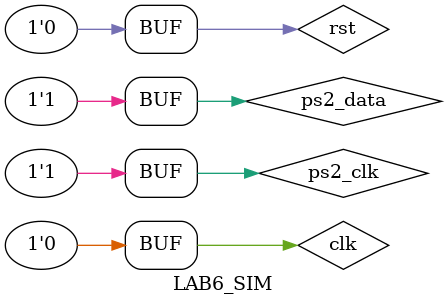
<source format=v>
`timescale 1ns / 1ps


module LAB6_SIM();
  reg clk, rst, ps2_clk, ps2_data;
  wire [7:0] SSEG_CA,SSEG_AN;
  parameter PERIOD = 5,      //Ê±ÖÓÖÜÆÚ³¤¶È
             CYCLE = 150;  
  LAB6_TOP test(clk,rst,ps2_clk, ps2_data,SSEG_CA,SSEG_AN);
               
  initial begin
        clk = 0;
        repeat (500 * CYCLE)
            #(PERIOD/5) clk = ~clk;
        
  end
  initial begin
    rst=1; #(1) rst=0;
  end
  
  initial begin
        ps2_clk = 1;
        #(PERIOD*2)
        repeat (22)
            #(PERIOD) ps2_clk = ~ps2_clk;
        #(PERIOD*2)
        repeat (22)
            #(PERIOD) ps2_clk = ~ps2_clk;
        #(PERIOD*2)
        repeat (22)
            #(PERIOD) ps2_clk = ~ps2_clk;
        #(PERIOD*2)
        repeat (22)
            #(PERIOD) ps2_clk = ~ps2_clk;
        #(PERIOD*2)
        repeat (22)
            #(PERIOD) ps2_clk = ~ps2_clk;
        #(PERIOD*2)
        repeat (22)
            #(PERIOD) ps2_clk = ~ps2_clk;
        #(PERIOD*2)
        repeat (22)
            #(PERIOD) ps2_clk = ~ps2_clk;
        #(PERIOD*2)
        repeat (22)
            #(PERIOD) ps2_clk = ~ps2_clk;
        #(PERIOD*2)
        repeat (22)
            #(PERIOD) ps2_clk = ~ps2_clk;
        #(PERIOD*2)
        repeat (22)
            #(PERIOD) ps2_clk = ~ps2_clk;
        #(PERIOD*2)
        repeat (22)
            #(PERIOD) ps2_clk = ~ps2_clk;
        #(PERIOD*2)
        repeat (22)
            #(PERIOD) ps2_clk = ~ps2_clk;
        #(PERIOD*2)
        repeat (22)
            #(PERIOD) ps2_clk = ~ps2_clk;
        #(PERIOD*2)
        repeat (22)
            #(PERIOD) ps2_clk = ~ps2_clk;
        #(PERIOD*2)
        repeat (22)
            #(PERIOD) ps2_clk = ~ps2_clk;
        #(PERIOD*2)
        repeat (22)
            #(PERIOD) ps2_clk = ~ps2_clk;
        #(PERIOD*2)
        repeat (22)
            #(PERIOD) ps2_clk = ~ps2_clk;
        #(PERIOD*2)
        repeat (22)
            #(PERIOD) ps2_clk = ~ps2_clk;
        #(PERIOD*2)
        repeat (22)
            #(PERIOD) ps2_clk = ~ps2_clk;
        #(PERIOD*2)
        repeat (22)
            #(PERIOD) ps2_clk = ~ps2_clk;
        #(PERIOD*2)
        repeat (22)
            #(PERIOD) ps2_clk = ~ps2_clk;
        #(PERIOD*2)
        repeat (22)
            #(PERIOD) ps2_clk = ~ps2_clk;
        #(PERIOD*2)
        repeat (22)
            #(PERIOD) ps2_clk = ~ps2_clk;
        #(PERIOD*2)
        repeat (22)
            #(PERIOD) ps2_clk = ~ps2_clk;
  end

  initial begin //µÚÒ»Î»2
          ps2_data=0;
    #(10) ps2_data=0;  //ÆðÊ¼Î»
    #(10) ps2_data=0;  //Êý¾Ý¿ªÊ¼
    #(10) ps2_data=1;
    #(10) ps2_data=1;
    #(10) ps2_data=1;
    #(10) ps2_data=1;
    #(10) ps2_data=0;
    #(10) ps2_data=0;
    #(10) ps2_data=0;  //8Î»Êý¾Ý£¬1E¶ÔÓ¦¼üÅÌ2
    #(10) ps2_data=0; //Ð£ÑéÎ» 
    #(10) ps2_data=1; //ÖÕÖ¹Î»
    
    #(20) ps2_data=0;  //ÆðÊ¼Î»
    #(10) ps2_data=0;  //Êý¾Ý¿ªÊ¼
    #(10) ps2_data=0;
    #(10) ps2_data=0;
    #(10) ps2_data=0;
    #(10) ps2_data=1;
    #(10) ps2_data=1;
    #(10) ps2_data=1;
    #(10) ps2_data=1;  //8Î»Êý¾Ý£¬F0
    #(10) ps2_data=0; //Ð£ÑéÎ» 
    #(10) ps2_data=1; //ÖÕÖ¹Î»
    
    #(20) ps2_data=0;  //ÆðÊ¼Î»
    #(10) ps2_data=0;  //Êý¾Ý¿ªÊ¼
    #(10) ps2_data=1;
    #(10) ps2_data=1;
    #(10) ps2_data=1;
    #(10) ps2_data=1;
    #(10) ps2_data=0;
    #(10) ps2_data=0;
    #(10) ps2_data=0;  //8Î»Êý¾Ý£¬1E¶ÔÓ¦¼üÅÌ2
    #(10) ps2_data=0; //Ð£ÑéÎ» 
    #(10) ps2_data=1; //ÖÕÖ¹Î»
        //µÚ¶þÎ»0£¬¼üÅÌÂë45
    #(20) ps2_data=0;  //ÆðÊ¼Î»
    #(10) ps2_data=1;  //Êý¾Ý¿ªÊ¼
    #(10) ps2_data=0;
    #(10) ps2_data=1;
    #(10) ps2_data=0;
    #(10) ps2_data=0;
    #(10) ps2_data=0;
    #(10) ps2_data=1;
    #(10) ps2_data=0;  //8Î»Êý¾Ý£¬45¶ÔÓ¦¼üÅÌ0
    #(10) ps2_data=0; //Ð£ÑéÎ» 
    #(10) ps2_data=1; //ÖÕÖ¹Î»
    
    #(20) ps2_data=0;  //ÆðÊ¼Î»
    #(10) ps2_data=0;  //Êý¾Ý¿ªÊ¼
    #(10) ps2_data=0;
    #(10) ps2_data=0;
    #(10) ps2_data=0;
    #(10) ps2_data=1;
    #(10) ps2_data=1;
    #(10) ps2_data=1;
    #(10) ps2_data=1;  //8Î»Êý¾Ý£¬F0
    #(10) ps2_data=0; //Ð£ÑéÎ» 
    #(10) ps2_data=1; //ÖÕÖ¹Î»
    
    #(20) ps2_data=0;  //ÆðÊ¼Î»
    #(10) ps2_data=1;  //Êý¾Ý¿ªÊ¼
    #(10) ps2_data=0;
    #(10) ps2_data=1;
    #(10) ps2_data=0;
    #(10) ps2_data=0;
    #(10) ps2_data=0;
    #(10) ps2_data=1;
    #(10) ps2_data=0;  //8Î»Êý¾Ý£¬45¶ÔÓ¦¼üÅÌ0
    #(10) ps2_data=0; //Ð£ÑéÎ» 
    #(10) ps2_data=1; //ÖÕÖ¹Î»
      //µÚÈýÎ»0£¬Í¬ÉÏ
    #(20) ps2_data=0;  //ÆðÊ¼Î»
    #(10) ps2_data=1;  //Êý¾Ý¿ªÊ¼
    #(10) ps2_data=0;
    #(10) ps2_data=1;
    #(10) ps2_data=0;
    #(10) ps2_data=0;
    #(10) ps2_data=0;
    #(10) ps2_data=1;
    #(10) ps2_data=0;  //8Î»Êý¾Ý£¬45¶ÔÓ¦¼üÅÌ0
    #(10) ps2_data=0; //Ð£ÑéÎ» 
    #(10) ps2_data=1; //ÖÕÖ¹Î»
    
    #(20) ps2_data=0;  //ÆðÊ¼Î»
    #(10) ps2_data=0;  //Êý¾Ý¿ªÊ¼
    #(10) ps2_data=0;
    #(10) ps2_data=0;
    #(10) ps2_data=0;
    #(10) ps2_data=1;
    #(10) ps2_data=1;
    #(10) ps2_data=1;
    #(10) ps2_data=1;  //8Î»Êý¾Ý£¬F0
    #(10) ps2_data=0; //Ð£ÑéÎ» 
    #(10) ps2_data=1; //ÖÕÖ¹Î»
    
    #(20) ps2_data=0;  //ÆðÊ¼Î»
    #(10) ps2_data=1;  //Êý¾Ý¿ªÊ¼
    #(10) ps2_data=0;
    #(10) ps2_data=1;
    #(10) ps2_data=0;
    #(10) ps2_data=0;
    #(10) ps2_data=0;
    #(10) ps2_data=1;
    #(10) ps2_data=0;  //8Î»Êý¾Ý£¬45¶ÔÓ¦¼üÅÌ0
    #(10) ps2_data=0; //Ð£ÑéÎ» 
    #(10) ps2_data=1; //ÖÕÖ¹Î»
      //µÚËÄÎ»8£¬¼üÅÌÂë3E
    #(20) ps2_data=0;  //ÆðÊ¼Î»
    #(10) ps2_data=0;  //Êý¾Ý¿ªÊ¼
    #(10) ps2_data=1;
    #(10) ps2_data=1;
    #(10) ps2_data=1;
    #(10) ps2_data=1;
    #(10) ps2_data=1;
    #(10) ps2_data=0;
    #(10) ps2_data=0;  //8Î»Êý¾Ý£¬3E¶ÔÓ¦¼üÅÌ8
    #(10) ps2_data=0; //Ð£ÑéÎ» 
    #(10) ps2_data=1; //ÖÕÖ¹Î»
    
    #(20) ps2_data=0;  //ÆðÊ¼Î»
    #(10) ps2_data=0;  //Êý¾Ý¿ªÊ¼
    #(10) ps2_data=0;
    #(10) ps2_data=0;
    #(10) ps2_data=0;
    #(10) ps2_data=1;
    #(10) ps2_data=1;
    #(10) ps2_data=1;
    #(10) ps2_data=1;  //8Î»Êý¾Ý£¬F0
    #(10) ps2_data=0; //Ð£ÑéÎ» 
    #(10) ps2_data=1; //ÖÕÖ¹Î»
    
    #(20) ps2_data=0;  //ÆðÊ¼Î»
    #(10) ps2_data=0;  //Êý¾Ý¿ªÊ¼
    #(10) ps2_data=1;
    #(10) ps2_data=1;
    #(10) ps2_data=1;
    #(10) ps2_data=1;
    #(10) ps2_data=1;
    #(10) ps2_data=0;
    #(10) ps2_data=0;  //8Î»Êý¾Ý£¬3E¶ÔÓ¦¼üÅÌ8
    #(10) ps2_data=0; //Ð£ÑéÎ» 
    #(10) ps2_data=1; //ÖÕÖ¹Î»
     //Á¬ÐøÈý¸ö0
    #(20) ps2_data=0;  //ÆðÊ¼Î»
    #(10) ps2_data=1;  //Êý¾Ý¿ªÊ¼
    #(10) ps2_data=0;
    #(10) ps2_data=1;
    #(10) ps2_data=0;
    #(10) ps2_data=0;
    #(10) ps2_data=0;
    #(10) ps2_data=1;
    #(10) ps2_data=0;  //8Î»Êý¾Ý£¬45¶ÔÓ¦¼üÅÌ0
    #(10) ps2_data=0; //Ð£ÑéÎ» 
    #(10) ps2_data=1; //ÖÕÖ¹Î»
    
    #(20) ps2_data=0;  //ÆðÊ¼Î»
    #(10) ps2_data=0;  //Êý¾Ý¿ªÊ¼
    #(10) ps2_data=0;
    #(10) ps2_data=0;
    #(10) ps2_data=0;
    #(10) ps2_data=1;
    #(10) ps2_data=1;
    #(10) ps2_data=1;
    #(10) ps2_data=1;  //8Î»Êý¾Ý£¬F0
    #(10) ps2_data=0; //Ð£ÑéÎ» 
    #(10) ps2_data=1; //ÖÕÖ¹Î»
    
    #(20) ps2_data=0;  //ÆðÊ¼Î»
    #(10) ps2_data=1;  //Êý¾Ý¿ªÊ¼
    #(10) ps2_data=0;
    #(10) ps2_data=1;
    #(10) ps2_data=0;
    #(10) ps2_data=0;
    #(10) ps2_data=0;
    #(10) ps2_data=1;
    #(10) ps2_data=0;  //8Î»Êý¾Ý£¬45¶ÔÓ¦¼üÅÌ0
    #(10) ps2_data=0; //Ð£ÑéÎ» 
    #(10) ps2_data=1; //ÖÕÖ¹Î»
    ////////ÒÔÉÏµÚÎåÎ»0
    
    #(20) ps2_data=0;  //ÆðÊ¼Î»
    #(10) ps2_data=1;  //Êý¾Ý¿ªÊ¼
    #(10) ps2_data=0;
    #(10) ps2_data=1;
    #(10) ps2_data=0;
    #(10) ps2_data=0;
    #(10) ps2_data=0;
    #(10) ps2_data=1;
    #(10) ps2_data=0;  //8Î»Êý¾Ý£¬45¶ÔÓ¦¼üÅÌ0
    #(10) ps2_data=0; //Ð£ÑéÎ» 
    #(10) ps2_data=1; //ÖÕÖ¹Î»
    
    #(20) ps2_data=0;  //ÆðÊ¼Î»
    #(10) ps2_data=0;  //Êý¾Ý¿ªÊ¼
    #(10) ps2_data=0;
    #(10) ps2_data=0;
    #(10) ps2_data=0;
    #(10) ps2_data=1;
    #(10) ps2_data=1;
    #(10) ps2_data=1;
    #(10) ps2_data=1;  //8Î»Êý¾Ý£¬F0
    #(10) ps2_data=0; //Ð£ÑéÎ» 
    #(10) ps2_data=1; //ÖÕÖ¹Î»
    
    #(20) ps2_data=0;  //ÆðÊ¼Î»
    #(10) ps2_data=1;  //Êý¾Ý¿ªÊ¼
    #(10) ps2_data=0;
    #(10) ps2_data=1;
    #(10) ps2_data=0;
    #(10) ps2_data=0;
    #(10) ps2_data=0;
    #(10) ps2_data=1;
    #(10) ps2_data=0;  //8Î»Êý¾Ý£¬45¶ÔÓ¦¼üÅÌ0
    #(10) ps2_data=0; //Ð£ÑéÎ» 
    #(10) ps2_data=1; //ÖÕÖ¹Î»
    ///////ÒÔÉÏµÚÁùÎ»0
    
    #(20) ps2_data=0;  //ÆðÊ¼Î»
    #(10) ps2_data=1;  //Êý¾Ý¿ªÊ¼
    #(10) ps2_data=0;
    #(10) ps2_data=1;
    #(10) ps2_data=0;
    #(10) ps2_data=0;
    #(10) ps2_data=0;
    #(10) ps2_data=1;
    #(10) ps2_data=0;  //8Î»Êý¾Ý£¬45¶ÔÓ¦¼üÅÌ0
    #(10) ps2_data=0; //Ð£ÑéÎ» 
    #(10) ps2_data=1; //ÖÕÖ¹Î»
    
    #(20) ps2_data=0;  //ÆðÊ¼Î»
    #(10) ps2_data=0;  //Êý¾Ý¿ªÊ¼
    #(10) ps2_data=0;
    #(10) ps2_data=0;
    #(10) ps2_data=0;
    #(10) ps2_data=1;
    #(10) ps2_data=1;
    #(10) ps2_data=1;
    #(10) ps2_data=1;  //8Î»Êý¾Ý£¬F0
    #(10) ps2_data=0; //Ð£ÑéÎ» 
    #(10) ps2_data=1; //ÖÕÖ¹Î»
    
    #(20) ps2_data=0;  //ÆðÊ¼Î»
    #(10) ps2_data=1;  //Êý¾Ý¿ªÊ¼
    #(10) ps2_data=0;
    #(10) ps2_data=1;
    #(10) ps2_data=0;
    #(10) ps2_data=0;
    #(10) ps2_data=0;
    #(10) ps2_data=1;
    #(10) ps2_data=0;  //8Î»Êý¾Ý£¬45¶ÔÓ¦¼üÅÌ0
    #(10) ps2_data=0; //Ð£ÑéÎ» 
    #(10) ps2_data=1; //ÖÕÖ¹Î»
     //ÒÔÉÏµÚ7Î»0
     
     //µÚ8Î»£¬3¼üÅÌÂë26
    #(20) ps2_data=0;  //ÆðÊ¼Î»
    #(10) ps2_data=0;  //Êý¾Ý¿ªÊ¼
    #(10) ps2_data=1;
    #(10) ps2_data=1;
    #(10) ps2_data=0;
    #(10) ps2_data=0;
    #(10) ps2_data=1;
    #(10) ps2_data=0;
    #(10) ps2_data=0;  //8Î»Êý¾Ý£¬26¶ÔÓ¦¼üÅÌ3
    #(10) ps2_data=0; //Ð£ÑéÎ» 
    #(10) ps2_data=1; //ÖÕÖ¹Î»
    
    #(20) ps2_data=0;  //ÆðÊ¼Î»
    #(10) ps2_data=0;  //Êý¾Ý¿ªÊ¼
    #(10) ps2_data=0;
    #(10) ps2_data=0;
    #(10) ps2_data=0;
    #(10) ps2_data=1;
    #(10) ps2_data=1;
    #(10) ps2_data=1;
    #(10) ps2_data=1;  //8Î»Êý¾Ý£¬F0
    #(10) ps2_data=0; //Ð£ÑéÎ» 
    #(10) ps2_data=1; //ÖÕÖ¹Î»
    
    #(20) ps2_data=0;  //ÆðÊ¼Î»
    #(10) ps2_data=0;  //Êý¾Ý¿ªÊ¼
    #(10) ps2_data=1;
    #(10) ps2_data=1;
    #(10) ps2_data=0;
    #(10) ps2_data=0;
    #(10) ps2_data=1;
    #(10) ps2_data=0;
    #(10) ps2_data=0;  //8Î»Êý¾Ý£¬26¶ÔÓ¦¼üÅÌ3
    #(10) ps2_data=0; //Ð£ÑéÎ» 
    #(10) ps2_data=1; //ÖÕÖ¹Î»
    
  end

endmodule

</source>
